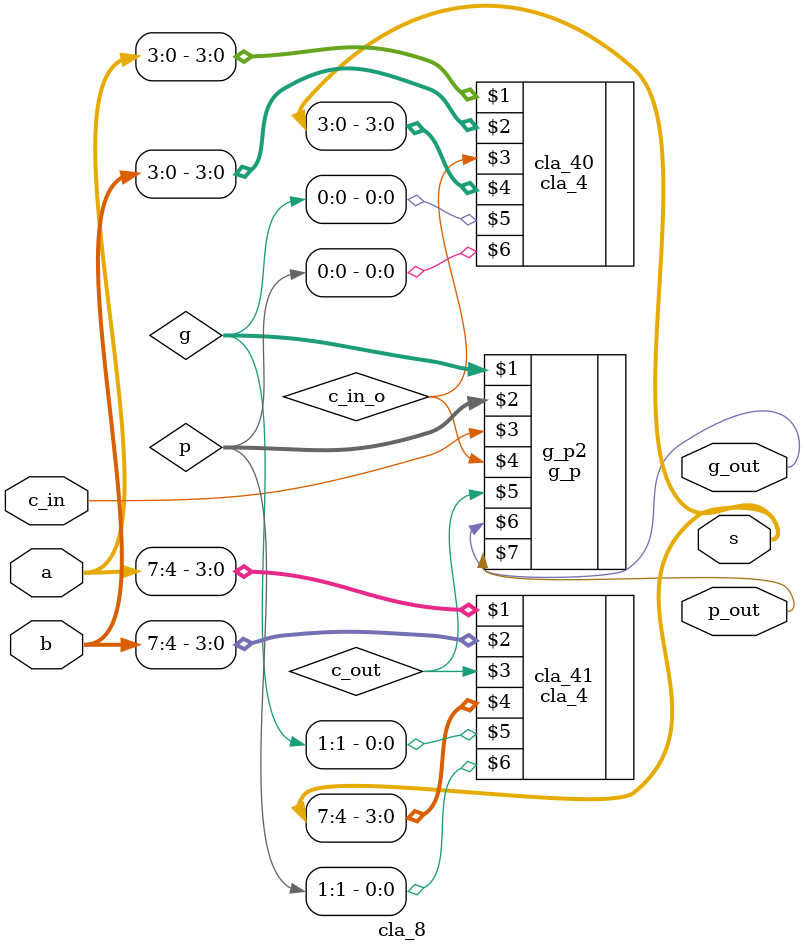
<source format=v>
`timescale 1ns / 1ps
module cla_8(
    input [7:0] a,
    input [7:0] b,
    input c_in,
    output [7:0] s,
    output g_out,
    output p_out
    );
	 wire [1:0] g,p;
	 wire c_out;
	 wire c_in_o;
	 cla_4 cla_40(a[3:0],b[3:0],c_in_o,s[3:0],g[0],p[0]);
	 cla_4 cla_41(a[7:4],b[7:4],c_out,s[7:4],g[1],p[1]);
	 g_p g_p2(g,p,c_in,c_in_o,c_out,g_out,p_out);


endmodule

</source>
